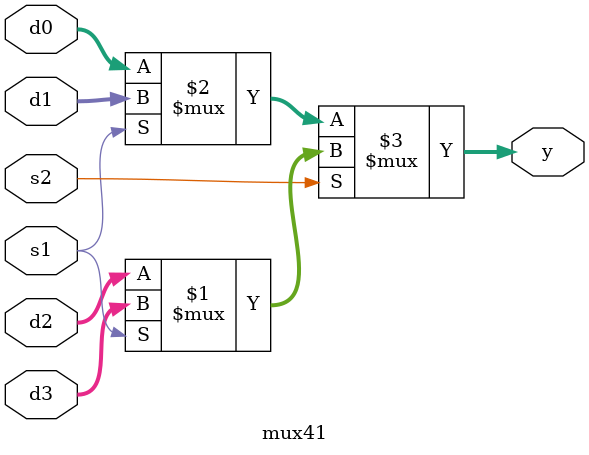
<source format=v>
`timescale 1ns / 1ps


module mux41(d0, d1, d2, d3, s1, s2, y);

input [3:0] d0, d1, d2, d3;
input s1, s2;
output [3:0]y;

assign y = s2 ? (s1 ? d3 :d2)
                : (s1?d1:d0);

endmodule

</source>
